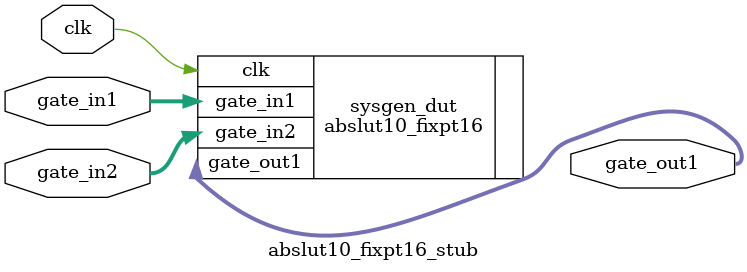
<source format=v>
`timescale 1 ns / 10 ps
module abslut10_fixpt16_stub (
  input [16-1:0] gate_in1,
  input [16-1:0] gate_in2,
  input clk,
  output [16-1:0] gate_out1
);
  abslut10_fixpt16 sysgen_dut (
    .gate_in1(gate_in1),
    .gate_in2(gate_in2),
    .clk(clk),
    .gate_out1(gate_out1)
  );
endmodule

</source>
